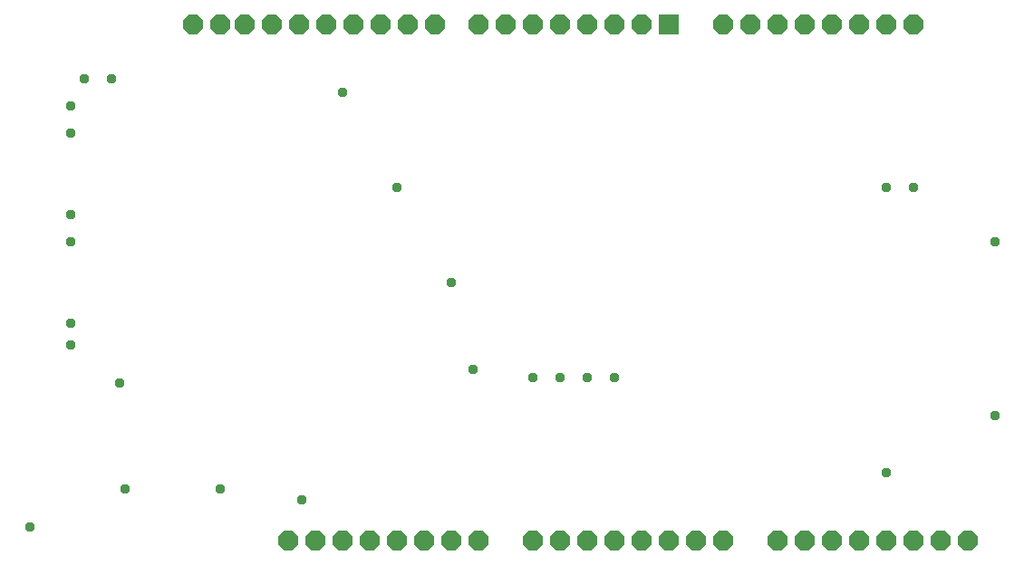
<source format=gbr>
G04 EAGLE Gerber RS-274X export*
G75*
%MOMM*%
%FSLAX34Y34*%
%LPD*%
%INSoldermask Bottom*%
%IPPOS*%
%AMOC8*
5,1,8,0,0,1.08239X$1,22.5*%
G01*
G04 Define Apertures*
%ADD10P,2.03446X8X22.5*%
%ADD11R,1.879600X1.879600*%
%ADD12C,0.959600*%
D10*
X533400Y508000D03*
X508000Y25400D03*
X558800Y508000D03*
X584200Y508000D03*
X609600Y508000D03*
D11*
X635000Y508000D03*
D10*
X508000Y508000D03*
X482600Y508000D03*
X457200Y508000D03*
X416560Y508000D03*
X391160Y508000D03*
X365760Y508000D03*
X340360Y508000D03*
X314960Y508000D03*
X289560Y508000D03*
X264160Y508000D03*
X238760Y508000D03*
X533400Y25400D03*
X558800Y25400D03*
X584200Y25400D03*
X609600Y25400D03*
X635000Y25400D03*
X457200Y25400D03*
X431800Y25400D03*
X406400Y25400D03*
X381000Y25400D03*
X355600Y25400D03*
X330200Y25400D03*
X685800Y508000D03*
X711200Y508000D03*
X736600Y508000D03*
X762000Y508000D03*
X787400Y508000D03*
X812800Y508000D03*
X838200Y508000D03*
X863600Y508000D03*
X660400Y25400D03*
X685800Y25400D03*
X736600Y25400D03*
X762000Y25400D03*
X787400Y25400D03*
X812800Y25400D03*
X838200Y25400D03*
X863600Y25400D03*
X889000Y25400D03*
X914400Y25400D03*
X215900Y508000D03*
X190500Y508000D03*
X304800Y25400D03*
X279400Y25400D03*
D12*
X452120Y185420D03*
X76200Y228600D03*
X431800Y266700D03*
X76200Y330200D03*
X381000Y355600D03*
X76200Y431800D03*
X330200Y444500D03*
X114300Y457200D03*
X215900Y73660D03*
X127000Y73660D03*
X939800Y142240D03*
X38100Y38100D03*
X121920Y172720D03*
X292100Y63500D03*
X76200Y406400D03*
X76200Y304800D03*
X76200Y208280D03*
X88900Y457200D03*
X584200Y177800D03*
X558800Y177800D03*
X533400Y177800D03*
X508000Y177800D03*
X939800Y304800D03*
X863600Y355600D03*
X838200Y355600D03*
X838200Y88900D03*
M02*

</source>
